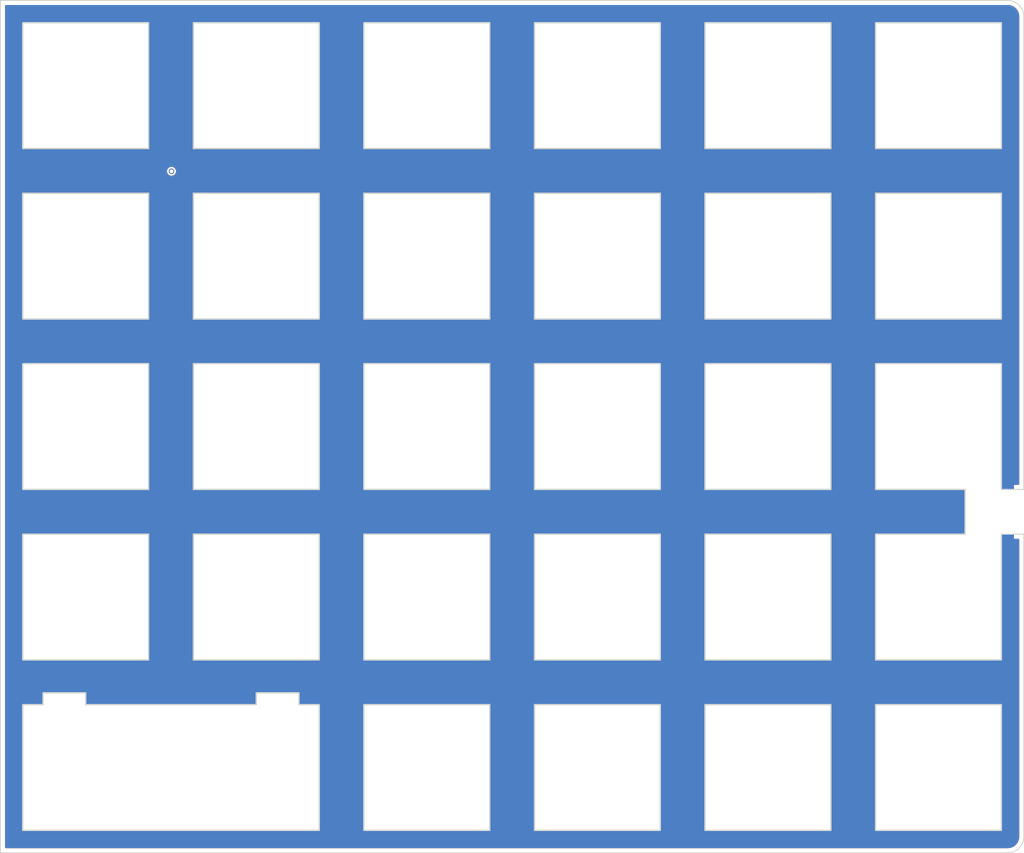
<source format=kicad_pcb>
(kicad_pcb (version 20211014) (generator pcbnew)
  (layers (0 "F.Cu" signal) (31 "B.Cu" signal) (34 "B.Paste" user) (35 "F.Paste" user) (36 "B.SilkS" user "B.Silkscreen") (37 "F.SilkS" user "F.Silkscreen") (38 "B.Mask" user) (39 "F.Mask" user) (44 "Edge.Cuts" user))
  (net 0 "")
  (gr_line (start 216.693932 109.657023) (end 216.693932 143.470433) (layer "Edge.Cuts") (width 0.1))
  (gr_line (start 102.393836 145.256372) (end 214.907993 145.256372) (layer "Edge.Cuts") (width 0.1))
  (gr_line (start 210.146354 109.657023) (end 210.146354 104.656377) (layer "Edge.Cuts") (width 0.15))
  (gr_line (start 195.144198 104.656377) (end 181.094823 104.656377) (layer "Edge.Cuts") (width 0.15))
  (gr_line (start 200.145198 128.706838) (end 214.194573 128.706838) (layer "Edge.Cuts") (width 0.15))
  (gr_line (start 118.943642 109.657318) (end 118.943642 123.706693) (layer "Edge.Cuts") (width 0.15))
  (gr_line (start 214.194337 85.606238) (end 200.144962 85.606238) (layer "Edge.Cuts") (width 0.15))
  (gr_line (start 176.094059 71.556981) (end 176.094059 85.606356) (layer "Edge.Cuts") (width 0.15))
  (gr_line (start 176.094059 109.657141) (end 176.094059 123.706516) (layer "Edge.Cuts") (width 0.15))
  (gr_line (start 118.943642 104.656613) (end 104.894267 104.656613) (layer "Edge.Cuts") (width 0.15))
  (gr_line (start 214.194337 123.706398) (end 200.144962 123.706398) (layer "Edge.Cuts") (width 0.15))
  (gr_line (start 104.894503 142.756508) (end 104.894503 128.707133) (layer "Edge.Cuts") (width 0.15))
  (gr_line (start 130.969725 127.397025) (end 135.732229 127.397025) (layer "Edge.Cuts") (width 0.15))
  (gr_line (start 200.144962 52.506783) (end 214.194337 52.506783) (layer "Edge.Cuts") (width 0.15))
  (gr_line (start 157.04392 85.606415) (end 142.994545 85.606415) (layer "Edge.Cuts") (width 0.15))
  (gr_line (start 195.144198 90.607002) (end 195.144198 104.656377) (layer "Edge.Cuts") (width 0.15))
  (gr_line (start 181.094823 123.706457) (end 181.094823 109.657082) (layer "Edge.Cuts") (width 0.15))
  (gr_line (start 200.144962 66.556158) (end 200.144962 52.506783) (layer "Edge.Cuts") (width 0.15))
  (gr_line (start 157.044156 142.75639) (end 142.994781 142.75639) (layer "Edge.Cuts") (width 0.15))
  (gr_line (start 142.994781 128.707015) (end 157.044156 128.707015) (layer "Edge.Cuts") (width 0.15))
  (gr_line (start 142.994545 66.556335) (end 142.994545 52.50696) (layer "Edge.Cuts") (width 0.15))
  (gr_line (start 181.094823 52.506842) (end 195.144198 52.506842) (layer "Edge.Cuts") (width 0.15))
  (gr_line (start 216.693932 51.792231) (end 216.693932 104.656318) (layer "Edge.Cuts") (width 0.1))
  (gr_line (start 176.094295 128.706956) (end 176.094295 142.756331) (layer "Edge.Cuts") (width 0.15))
  (gr_line (start 200.144962 71.556863) (end 214.194337 71.556863) (layer "Edge.Cuts") (width 0.15))
  (gr_line (start 214.194573 128.706838) (end 214.194573 142.756213) (layer "Edge.Cuts") (width 0.15))
  (gr_line (start 137.993781 52.507019) (end 137.993781 66.556394) (layer "Edge.Cuts") (width 0.15))
  (gr_line (start 157.04392 90.60712) (end 157.04392 104.656495) (layer "Edge.Cuts") (width 0.15))
  (gr_line (start 118.943642 90.607238) (end 118.943642 104.656613) (layer "Edge.Cuts") (width 0.15))
  (gr_line (start 118.943642 85.606533) (end 104.894267 85.606533) (layer "Edge.Cuts") (width 0.15))
  (gr_line (start 157.04392 52.50696) (end 157.04392 66.556335) (layer "Edge.Cuts") (width 0.15))
  (gr_line (start 137.993781 66.556394) (end 123.944406 66.556394) (layer "Edge.Cuts") (width 0.15))
  (gr_line (start 195.144434 142.756272) (end 181.095059 142.756272) (layer "Edge.Cuts") (width 0.15))
  (gr_line (start 118.943642 52.507078) (end 118.943642 66.556453) (layer "Edge.Cuts") (width 0.15))
  (gr_line (start 104.894267 85.606533) (end 104.894267 71.557158) (layer "Edge.Cuts") (width 0.15))
  (gr_line (start 137.993781 109.657259) (end 137.993781 123.706634) (layer "Edge.Cuts") (width 0.15))
  (gr_line (start 200.144962 90.606943) (end 214.194337 90.606943) (layer "Edge.Cuts") (width 0.15))
  (gr_line (start 176.094059 66.556276) (end 162.044684 66.556276) (layer "Edge.Cuts") (width 0.15))
  (gr_line (start 137.994017 142.756449) (end 104.894503 142.756508) (layer "Edge.Cuts") (width 0.15))
  (gr_line (start 107.157205 128.707103) (end 104.894532 128.707103) (layer "Edge.Cuts") (width 0.15))
  (gr_line (start 162.044684 71.556981) (end 176.094059 71.556981) (layer "Edge.Cuts") (width 0.15))
  (gr_line (start 111.91922 128.707103) (end 130.9693 128.707133) (layer "Edge.Cuts") (width 0.15))
  (gr_line (start 214.907993 50.006292) (end 102.393836 50.006292) (layer "Edge.Cuts") (width 0.1))
  (gr_line (start 200.144962 123.706398) (end 200.144962 109.657023) (layer "Edge.Cuts") (width 0.15))
  (gr_line (start 142.994781 142.75639) (end 142.994781 128.707015) (layer "Edge.Cuts") (width 0.15))
  (gr_line (start 181.095059 128.706897) (end 195.144434 128.706897) (layer "Edge.Cuts") (width 0.15))
  (gr_line (start 181.094823 71.556922) (end 195.144198 71.556922) (layer "Edge.Cuts") (width 0.15))
  (gr_line (start 157.04392 71.55704) (end 157.04392 85.606415) (layer "Edge.Cuts") (width 0.15))
  (gr_line (start 162.044684 109.657141) (end 176.094059 109.657141) (layer "Edge.Cuts") (width 0.15))
  (gr_line (start 104.894267 104.656613) (end 104.894267 90.607238) (layer "Edge.Cuts") (width 0.15))
  (gr_line (start 130.9693 128.707133) (end 130.969725 127.397025) (layer "Edge.Cuts") (width 0.15))
  (gr_line (start 123.944406 85.606474) (end 123.944406 71.557099) (layer "Edge.Cuts") (width 0.15))
  (gr_line (start 123.944406 109.657259) (end 137.993781 109.657259) (layer "Edge.Cuts") (width 0.15))
  (gr_line (start 157.04392 123.706575) (end 142.994545 123.706575) (layer "Edge.Cuts") (width 0.15))
  (gr_line (start 195.144434 128.706897) (end 195.144434 142.756272) (layer "Edge.Cuts") (width 0.15))
  (gr_line (start 195.144198 123.706457) (end 181.094823 123.706457) (layer "Edge.Cuts") (width 0.15))
  (gr_line (start 104.894267 90.607238) (end 118.943642 90.607238) (layer "Edge.Cuts") (width 0.15))
  (gr_line (start 176.094059 90.607061) (end 176.094059 104.656436) (layer "Edge.Cuts") (width 0.15))
  (gr_line (start 107.157205 128.707103) (end 107.157205 127.397025) (layer "Edge.Cuts") (width 0.15))
  (gr_line (start 176.094295 142.756331) (end 162.04492 142.756331) (layer "Edge.Cuts") (width 0.15))
  (gr_line (start 162.044684 52.506901) (end 176.094059 52.506901) (layer "Edge.Cuts") (width 0.15))
  (gr_line (start 135.732229 128.707103) (end 137.994017 128.707074) (layer "Edge.Cuts") (width 0.15))
  (gr_line (start 142.994545 104.656495) (end 142.994545 90.60712) (layer "Edge.Cuts") (width 0.15))
  (gr_line (start 181.094823 109.657082) (end 195.144198 109.657082) (layer "Edge.Cuts") (width 0.15))
  (gr_line (start 195.144198 52.506842) (end 195.144198 66.556217) (layer "Edge.Cuts") (width 0.15))
  (gr_line (start 137.993781 71.557099) (end 137.993781 85.606474) (layer "Edge.Cuts") (width 0.15))
  (gr_line (start 104.894267 52.507078) (end 118.943642 52.507078) (layer "Edge.Cuts") (width 0.15))
  (gr_line (start 104.894267 66.556453) (end 104.894267 52.507078) (layer "Edge.Cuts") (width 0.15))
  (gr_line (start 162.04492 142.756331) (end 162.04492 128.706956) (layer "Edge.Cuts") (width 0.15))
  (gr_line (start 214.194337 104.656318) (end 216.693932 104.656318) (layer "Edge.Cuts") (width 0.1))
  (gr_line (start 118.943642 71.557158) (end 118.943642 85.606533) (layer "Edge.Cuts") (width 0.15))
  (gr_line (start 176.094059 123.706516) (end 162.044684 123.706516) (layer "Edge.Cuts") (width 0.15))
  (gr_line (start 181.094823 66.556217) (end 181.094823 52.506842) (layer "Edge.Cuts") (width 0.15))
  (gr_line (start 135.732229 127.397025) (end 135.732229 128.707103) (layer "Edge.Cuts") (width 0.15))
  (gr_line (start 181.094823 104.656377) (end 181.094823 90.607002) (layer "Edge.Cuts") (width 0.15))
  (gr_line (start 157.04392 109.6572) (end 157.04392 123.706575) (layer "Edge.Cuts") (width 0.15))
  (gr_line (start 123.944406 104.656554) (end 123.944406 90.607179) (layer "Edge.Cuts") (width 0.15))
  (gr_line (start 123.944406 52.507019) (end 137.993781 52.507019) (layer "Edge.Cuts") (width 0.15))
  (gr_line (start 162.044684 123.706516) (end 162.044684 109.657141) (layer "Edge.Cuts") (width 0.15))
  (gr_line (start 214.194337 109.657023) (end 216.693932 109.657023) (layer "Edge.Cuts") (width 0.1))
  (gr_line (start 210.146354 104.656377) (end 200.144962 104.656318) (layer "Edge.Cuts") (width 0.15))
  (gr_line (start 157.044156 128.707015) (end 157.044156 142.75639) (layer "Edge.Cuts") (width 0.15))
  (gr_line (start 107.157205 127.397025) (end 111.919709 127.397025) (layer "Edge.Cuts") (width 0.15))
  (gr_line (start 142.994545 123.706575) (end 142.994545 109.6572) (layer "Edge.Cuts") (width 0.15))
  (gr_line (start 142.994545 71.55704) (end 157.04392 71.55704) (layer "Edge.Cuts") (width 0.15))
  (gr_line (start 181.095059 142.756272) (end 181.095059 128.706897) (layer "Edge.Cuts") (width 0.15))
  (gr_arc (start 214.907993 50.006292) (mid 216.170843 50.529381) (end 216.693932 51.792231) (layer "Edge.Cuts") (width 0.1))
  (gr_line (start 111.919709 127.397025) (end 111.91922 128.707103) (layer "Edge.Cuts") (width 0.15))
  (gr_line (start 137.993781 85.606474) (end 123.944406 85.606474) (layer "Edge.Cuts") (width 0.15))
  (gr_line (start 200.145198 142.756213) (end 200.145198 128.706838) (layer "Edge.Cuts") (width 0.15))
  (gr_line (start 104.894267 123.706693) (end 104.894267 109.657318) (layer "Edge.Cuts") (width 0.15))
  (gr_arc (start 216.693932 143.470433) (mid 216.170843 144.733283) (end 214.907993 145.256372) (layer "Edge.Cuts") (width 0.1))
  (gr_line (start 176.094059 104.656436) (end 162.044684 104.656436) (layer "Edge.Cuts") (width 0.15))
  (gr_line (start 102.393836 50.006292) (end 102.393836 145.256372) (layer "Edge.Cuts") (width 0.1))
  (gr_line (start 195.144198 109.657082) (end 195.144198 123.706457) (layer "Edge.Cuts") (width 0.15))
  (gr_line (start 214.194337 109.657023) (end 214.194337 123.706398) (layer "Edge.Cuts") (width 0.15))
  (gr_line (start 200.144962 109.657023) (end 210.146354 109.657023) (layer "Edge.Cuts") (width 0.15))
  (gr_line (start 162.044684 85.606356) (end 162.044684 71.556981) (layer "Edge.Cuts") (width 0.15))
  (gr_line (start 214.194573 142.756213) (end 200.145198 142.756213) (layer "Edge.Cuts") (width 0.15))
  (gr_line (start 214.194337 71.556863) (end 214.194337 85.606238) (layer "Edge.Cuts") (width 0.15))
  (gr_line (start 142.994545 52.50696) (end 157.04392 52.50696) (layer "Edge.Cuts") (width 0.15))
  (gr_line (start 142.994545 90.60712) (end 157.04392 90.60712) (layer "Edge.Cuts") (width 0.15))
  (gr_line (start 162.04492 128.706956) (end 176.094295 128.706956) (layer "Edge.Cuts") (width 0.15))
  (gr_line (start 200.144962 85.606238) (end 200.144962 71.556863) (layer "Edge.Cuts") (width 0.15))
  (gr_line (start 176.094059 85.606356) (end 162.044684 85.606356) (layer "Edge.Cuts") (width 0.15))
  (gr_line (start 214.194337 66.556158) (end 200.144962 66.556158) (layer "Edge.Cuts") (width 0.15))
  (gr_line (start 137.993781 123.706634) (end 123.944406 123.706634) (layer "Edge.Cuts") (width 0.15))
  (gr_line (start 200.144962 104.656318) (end 200.144962 90.606943) (layer "Edge.Cuts") (width 0.15))
  (gr_line (start 137.993781 104.656554) (end 123.944406 104.656554) (layer "Edge.Cuts") (width 0.15))
  (gr_line (start 157.04392 66.556335) (end 142.994545 66.556335) (layer "Edge.Cuts") (width 0.15))
  (gr_line (start 181.094823 90.607002) (end 195.144198 90.607002) (layer "Edge.Cuts") (width 0.15))
  (gr_line (start 123.944406 71.557099) (end 137.993781 71.557099) (layer "Edge.Cuts") (width 0.15))
  (gr_line (start 104.894267 109.657318) (end 118.943642 109.657318) (layer "Edge.Cuts") (width 0.15))
  (gr_line (start 214.194337 52.506783) (end 214.194337 66.556158) (layer "Edge.Cuts") (width 0.15))
  (gr_line (start 142.994545 109.6572) (end 157.04392 109.6572) (layer "Edge.Cuts") (width 0.15))
  (gr_line (start 195.144198 66.556217) (end 181.094823 66.556217) (layer "Edge.Cuts") (width 0.15))
  (gr_line (start 118.943642 123.706693) (end 104.894267 123.706693) (layer "Edge.Cuts") (width 0.15))
  (gr_line (start 118.943642 66.556453) (end 104.894267 66.556453) (layer "Edge.Cuts") (width 0.15))
  (gr_line (start 142.994545 85.606415) (end 142.994545 71.55704) (layer "Edge.Cuts") (width 0.15))
  (gr_line (start 123.944406 66.556394) (end 123.944406 52.507019) (layer "Edge.Cuts") (width 0.15))
  (gr_line (start 176.094059 52.506901) (end 176.094059 66.556276) (layer "Edge.Cuts") (width 0.15))
  (gr_line (start 181.094823 85.606297) (end 181.094823 71.556922) (layer "Edge.Cuts") (width 0.15))
  (gr_line (start 104.894267 71.557158) (end 118.943642 71.557158) (layer "Edge.Cuts") (width 0.15))
  (gr_line (start 162.044684 66.556276) (end 162.044684 52.506901) (layer "Edge.Cuts") (width 0.15))
  (gr_line (start 195.144198 85.606297) (end 181.094823 85.606297) (layer "Edge.Cuts") (width 0.15))
  (gr_line (start 162.044684 90.607061) (end 176.094059 90.607061) (layer "Edge.Cuts") (width 0.15))
  (gr_line (start 137.993781 90.607179) (end 137.993781 104.656554) (layer "Edge.Cuts") (width 0.15))
  (gr_line (start 162.044684 104.656436) (end 162.044684 90.607061) (layer "Edge.Cuts") (width 0.15))
  (gr_line (start 137.994017 128.707074) (end 137.994017 142.756449) (layer "Edge.Cuts") (width 0.15))
  (gr_line (start 123.944406 123.706634) (end 123.944406 109.657259) (layer "Edge.Cuts") (width 0.15))
  (gr_line (start 157.04392 104.656495) (end 142.994545 104.656495) (layer "Edge.Cuts") (width 0.15))
  (gr_line (start 123.944406 90.607179) (end 137.993781 90.607179) (layer "Edge.Cuts") (width 0.15))
  (gr_line (start 214.194337 90.606943) (end 214.194337 104.656318) (layer "Edge.Cuts") (width 0.15))
  (gr_line (start 195.144198 71.556922) (end 195.144198 85.606297) (layer "Edge.Cuts") (width 0.15))
  (via (at 121.5 69.1) (size 0.6) (drill 0.4) (layers "F.Cu" "B.Cu") (net 0))
  (zone (net 0) (net_name "") (layers F&B.Cu) (connect_pads (clearance 0.508)) (min_thickness 0.254) (fill yes (thermal_gap 0.508) (thermal_bridge_width 0.508))
    (polygon (pts (xy 216.693932 145.256372) (xy 102.393836 145.256372) (xy 102.393836 50.006292) (xy 216.693932 50.006292)))
  )
  (zone (net 0) (net_name "") (layers F&B.Cu) (connect_pads (clearance 0)) (min_thickness 0.254) (fill yes (thermal_gap 0.508) (thermal_bridge_width 0.508))
    (polygon (pts (xy 215.593932 144.056372) (xy 103.493836 144.056372) (xy 103.493836 51.206292) (xy 215.593932 51.206292)))
  )
)
</source>
